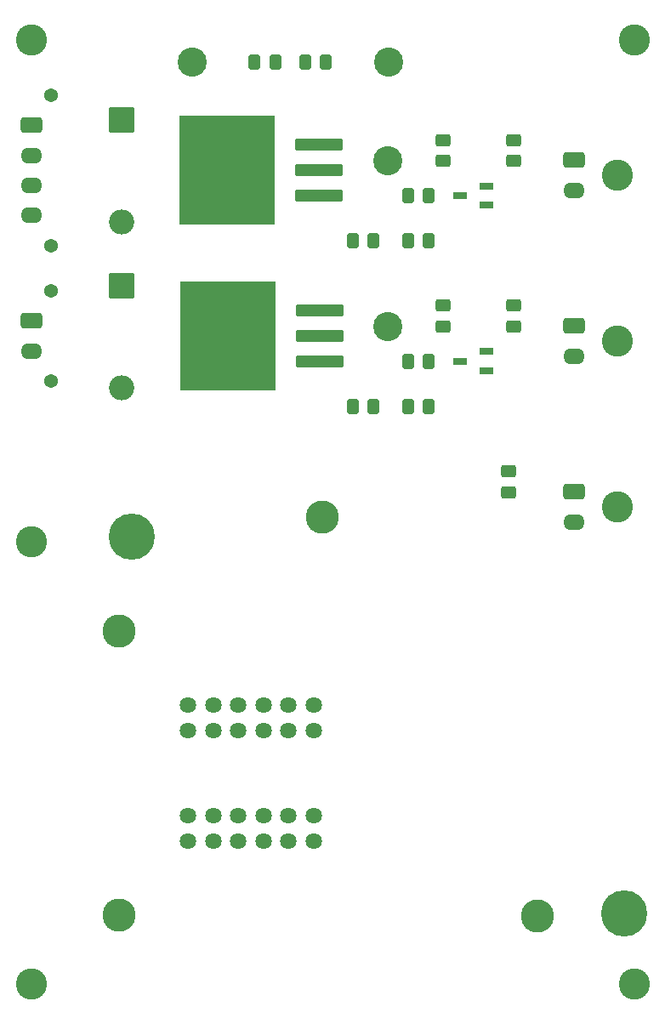
<source format=gts>
G04 #@! TF.GenerationSoftware,KiCad,Pcbnew,(6.0.7)*
G04 #@! TF.CreationDate,2023-02-11T16:50:08-06:00*
G04 #@! TF.ProjectId,ContactorDriver,436f6e74-6163-4746-9f72-447269766572,rev?*
G04 #@! TF.SameCoordinates,Original*
G04 #@! TF.FileFunction,Soldermask,Top*
G04 #@! TF.FilePolarity,Negative*
%FSLAX46Y46*%
G04 Gerber Fmt 4.6, Leading zero omitted, Abs format (unit mm)*
G04 Created by KiCad (PCBNEW (6.0.7)) date 2023-02-11 16:50:08*
%MOMM*%
%LPD*%
G01*
G04 APERTURE LIST*
G04 Aperture macros list*
%AMRoundRect*
0 Rectangle with rounded corners*
0 $1 Rounding radius*
0 $2 $3 $4 $5 $6 $7 $8 $9 X,Y pos of 4 corners*
0 Add a 4 corners polygon primitive as box body*
4,1,4,$2,$3,$4,$5,$6,$7,$8,$9,$2,$3,0*
0 Add four circle primitives for the rounded corners*
1,1,$1+$1,$2,$3*
1,1,$1+$1,$4,$5*
1,1,$1+$1,$6,$7*
1,1,$1+$1,$8,$9*
0 Add four rect primitives between the rounded corners*
20,1,$1+$1,$2,$3,$4,$5,0*
20,1,$1+$1,$4,$5,$6,$7,0*
20,1,$1+$1,$6,$7,$8,$9,0*
20,1,$1+$1,$8,$9,$2,$3,0*%
G04 Aperture macros list end*
%ADD10RoundRect,0.051000X-1.200000X1.200000X-1.200000X-1.200000X1.200000X-1.200000X1.200000X1.200000X0*%
%ADD11O,2.502000X2.502000*%
%ADD12RoundRect,0.301000X-0.325000X-0.450000X0.325000X-0.450000X0.325000X0.450000X-0.325000X0.450000X0*%
%ADD13C,3.102000*%
%ADD14C,1.372000*%
%ADD15RoundRect,0.301001X-0.759999X0.499999X-0.759999X-0.499999X0.759999X-0.499999X0.759999X0.499999X0*%
%ADD16O,2.122000X1.602000*%
%ADD17RoundRect,0.051000X2.300000X0.550000X-2.300000X0.550000X-2.300000X-0.550000X2.300000X-0.550000X0*%
%ADD18RoundRect,0.051000X4.700000X5.400000X-4.700000X5.400000X-4.700000X-5.400000X4.700000X-5.400000X0*%
%ADD19RoundRect,0.051000X0.610000X0.325000X-0.610000X0.325000X-0.610000X-0.325000X0.610000X-0.325000X0*%
%ADD20RoundRect,0.301000X0.450000X-0.325000X0.450000X0.325000X-0.450000X0.325000X-0.450000X-0.325000X0*%
%ADD21C,2.902000*%
%ADD22RoundRect,0.301000X0.325000X0.450000X-0.325000X0.450000X-0.325000X-0.450000X0.325000X-0.450000X0*%
%ADD23C,3.302400*%
%ADD24C,1.630064*%
%ADD25C,4.602880*%
%ADD26C,3.302000*%
%ADD27RoundRect,0.301000X-0.450000X0.325000X-0.450000X-0.325000X0.450000X-0.325000X0.450000X0.325000X0*%
G04 APERTURE END LIST*
D10*
X176000000Y-79000000D03*
D11*
X176000000Y-89160000D03*
D12*
X198975000Y-91000000D03*
X201025000Y-91000000D03*
X198975000Y-107500000D03*
X201025000Y-107500000D03*
D10*
X176000000Y-95500000D03*
D11*
X176000000Y-105660000D03*
D13*
X227000000Y-165000000D03*
X227000000Y-71000000D03*
D14*
X168960000Y-76500000D03*
X168960000Y-91500000D03*
D15*
X167000000Y-79500000D03*
D16*
X167000000Y-82500000D03*
X167000000Y-85500000D03*
X167000000Y-88500000D03*
D13*
X225320000Y-101000000D03*
D15*
X221000000Y-99500000D03*
D16*
X221000000Y-102500000D03*
D14*
X168960000Y-96000000D03*
X168960000Y-105000000D03*
D15*
X167000000Y-99000000D03*
D16*
X167000000Y-102000000D03*
D17*
X195650000Y-86540000D03*
X195650000Y-84000000D03*
D18*
X186500000Y-84000000D03*
D17*
X195650000Y-81460000D03*
D19*
X212310000Y-103950000D03*
X212310000Y-102050000D03*
X209690000Y-103000000D03*
D17*
X195725000Y-103040000D03*
D18*
X186575000Y-100500000D03*
D17*
X195725000Y-100500000D03*
X195725000Y-97960000D03*
D20*
X215000000Y-83025000D03*
X215000000Y-80975000D03*
D12*
X204475000Y-86500000D03*
X206525000Y-86500000D03*
X204475000Y-91000000D03*
X206525000Y-91000000D03*
D20*
X215000000Y-99525000D03*
X215000000Y-97475000D03*
X208000000Y-83025000D03*
X208000000Y-80975000D03*
D12*
X204475000Y-107500000D03*
X206525000Y-107500000D03*
X204475000Y-103000000D03*
X206525000Y-103000000D03*
D21*
X202500000Y-83025000D03*
X183000000Y-73250000D03*
X202600000Y-73250000D03*
X202500000Y-99525000D03*
D19*
X212310000Y-87450000D03*
X212310000Y-85550000D03*
X209690000Y-86500000D03*
D20*
X208000000Y-99525000D03*
X208000000Y-97475000D03*
D22*
X196275000Y-73250000D03*
X194225000Y-73250000D03*
X191275000Y-73250000D03*
X189225000Y-73250000D03*
D23*
X175738439Y-158099973D03*
X175738439Y-129900029D03*
D24*
X195088413Y-137250027D03*
X192588418Y-137250027D03*
X190088423Y-137250027D03*
X187588428Y-137250027D03*
X185088433Y-137250027D03*
X182588438Y-137250027D03*
X195088413Y-139750022D03*
X192588418Y-139750022D03*
X190088423Y-139750022D03*
X187588428Y-139750022D03*
X185088433Y-139750022D03*
X182588438Y-139750022D03*
X195088413Y-148250030D03*
X192588418Y-148250030D03*
X190088423Y-148250030D03*
X187588428Y-148250030D03*
X185088433Y-148250030D03*
X182588438Y-148250030D03*
X195088413Y-150750025D03*
X192588418Y-150750025D03*
X190088423Y-150750025D03*
X187588428Y-150750025D03*
X185088433Y-150750025D03*
X182588438Y-150750025D03*
D25*
X226000000Y-158000000D03*
D13*
X167000000Y-165000000D03*
X225320000Y-117500000D03*
D15*
X221000000Y-116000000D03*
D16*
X221000000Y-119000000D03*
D13*
X225320000Y-84500000D03*
D15*
X221000000Y-83000000D03*
D16*
X221000000Y-86000000D03*
D13*
X167000000Y-71000000D03*
X167000000Y-121000000D03*
D26*
X217400000Y-158200000D03*
X196000000Y-118500000D03*
D25*
X177000000Y-120500000D03*
D27*
X214500000Y-113975000D03*
X214500000Y-116025000D03*
M02*

</source>
